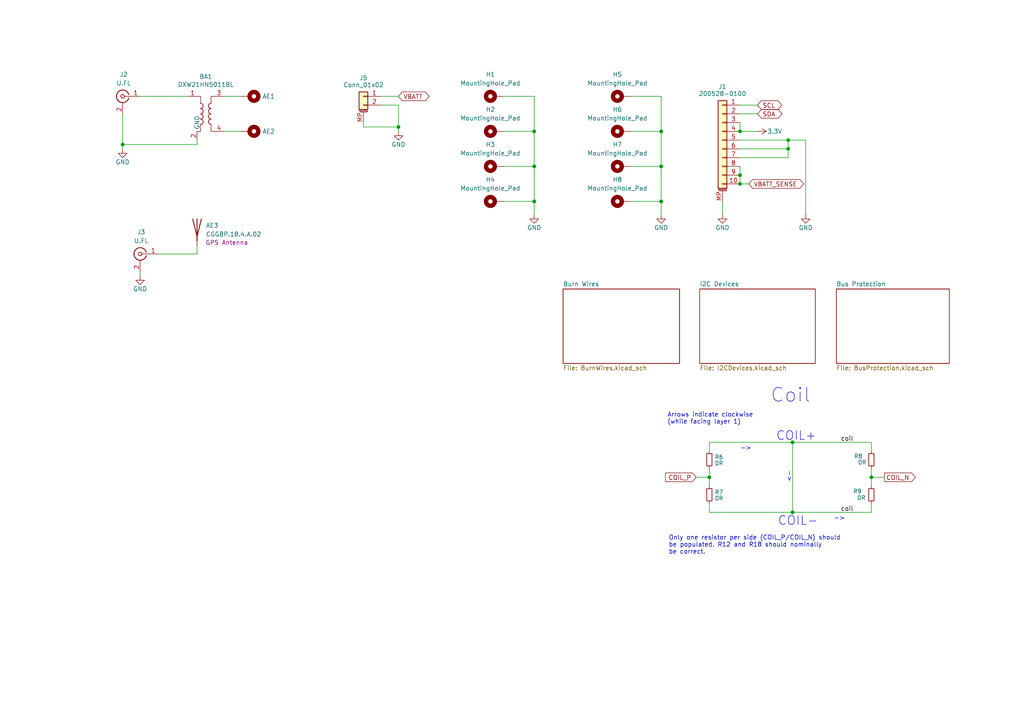
<source format=kicad_sch>
(kicad_sch (version 20231120) (generator "eeschema") (generator_version "8.0")
  (paper "A4")
  (lib_symbols
    (symbol "Connector_Generic_MountingPin:Conn_01x02_MountingPin" (pin_names (offset 1.016) hide)
      (property "Reference" "J" (at 0 2.54 0))
      (property "Value" "Conn_01x02_MountingPin" (at 1.27 -5.08 0))
      (symbol "Conn_01x02_MountingPin_1_1"
        (rectangle (start -1.27 -2.413) (end 0 -2.667) (stroke (width 0.1524)))
        (rectangle (start -1.27 0.127) (end 0 -0.127) (stroke (width 0.1524)))
        (rectangle (start -1.27 1.27) (end 1.27 -3.81) (stroke (width 0.254)) (fill (type background)))
        (polyline (pts (xy -1.016 -4.572) (xy 1.016 -4.572)) (stroke (width 0.1524)))
        (text "Mounting" (at 0 -4.191 0) (effects (font (size 0.381 0.381))))
        (pin passive line (at -5.08 0 0) (length 3.81) (name "Pin_1") (number "1"))
        (pin passive line (at -5.08 -2.54 0) (length 3.81) (name "Pin_2") (number "2"))
        (pin passive line (at 0 -7.62 90) (length 3.048) (name "MountPin") (number "MP"))
      )
    )
    (symbol "SolarPanels:ATB2012"
      (property "Reference" "U" (at 0 10.795 0))
      (property "Value" "ATB2012" (at 0 8.4836 0))
      (symbol "ATB2012_1_1"
        (arc (start -1.524 -3.048) (mid -0.7653 -2.286) (end -1.524 -1.524) (stroke (width 0.2032)))
        (arc (start -1.524 -1.524) (mid -0.7653 -0.762) (end -1.524 0) (stroke (width 0.2032)))
        (arc (start -1.524 0) (mid -0.7653 0.762) (end -1.524 1.524) (stroke (width 0.2032)))
        (arc (start -1.524 1.524) (mid -0.7653 2.286) (end -1.524 3.048) (stroke (width 0.2032)))
        (polyline (pts (xy -2.54 5.08) (xy -1.524 5.08) (xy -1.524 3.048)) (stroke (width 0.1524)))
        (polyline (pts (xy -1.524 -3.048) (xy -1.524 -5.08) (xy -2.54 -5.08)) (stroke (width 0.1524)))
        (polyline (pts (xy 1.524 3.048) (xy 1.524 5.08) (xy 2.54 5.08)) (stroke (width 0.1524)))
        (polyline (pts (xy 2.54 -5.08) (xy 1.524 -5.08) (xy 1.524 -3.048)) (stroke (width 0.1524)))
        (arc (start 1.524 -1.524) (mid 0.7653 -2.286) (end 1.524 -3.048) (stroke (width 0.2032)))
        (arc (start 1.524 0) (mid 0.7653 -0.762) (end 1.524 -1.524) (stroke (width 0.2032)))
        (arc (start 1.524 1.524) (mid 0.7653 0.762) (end 1.524 0) (stroke (width 0.2032)))
        (arc (start 1.524 3.048) (mid 0.7653 2.286) (end 1.524 1.524) (stroke (width 0.2032)))
        (pin passive line (at -5.08 5.08 0) (length 2.54) (name "~") (number "1"))
        (pin power_in line (at -2.54 -7.62 90) (length 2.54) (name "GND") (number "2"))
        (pin passive line (at 5.08 5.08 180) (length 2.54) (name "~") (number "3"))
        (pin passive line (at 5.08 -5.08 180) (length 2.54) (name "~") (number "4"))
      )
    )
    (symbol "SolarPanels:Antenna" (pin_numbers hide) (pin_names (offset 1.016) hide)
      (property "Reference" "AE" (at -1.905 1.905 0))
      (property "Value" "Antenna" (at -1.905 0 0))
      (symbol "Antenna_0_1"
        (polyline (pts (xy 0 2.54) (xy 0 -3.81)) (stroke (width 0.254)))
        (polyline (pts (xy 1.27 2.54) (xy 0 -2.54) (xy -1.27 2.54)) (stroke (width 0.254)))
      )
      (symbol "Antenna_1_1"
        (pin input line (at 0 -5.08 90) (length 2.54) (name "A") (number "1"))
      )
    )
    (symbol "SolarPanels:Conn_01x10_MountingPin" (pin_names (offset 1.016) hide)
      (property "Reference" "J" (at 0 12.7 0))
      (property "Value" "Conn_01x10_MountingPin" (at 1.27 -15.24 0))
      (symbol "Conn_01x10_MountingPin_1_1"
        (rectangle (start -1.27 -12.573) (end 0 -12.827) (stroke (width 0.1524)))
        (rectangle (start -1.27 -10.033) (end 0 -10.287) (stroke (width 0.1524)))
        (rectangle (start -1.27 -7.493) (end 0 -7.747) (stroke (width 0.1524)))
        (rectangle (start -1.27 -4.953) (end 0 -5.207) (stroke (width 0.1524)))
        (rectangle (start -1.27 -2.413) (end 0 -2.667) (stroke (width 0.1524)))
        (rectangle (start -1.27 0.127) (end 0 -0.127) (stroke (width 0.1524)))
        (rectangle (start -1.27 2.667) (end 0 2.413) (stroke (width 0.1524)))
        (rectangle (start -1.27 5.207) (end 0 4.953) (stroke (width 0.1524)))
        (rectangle (start -1.27 7.747) (end 0 7.493) (stroke (width 0.1524)))
        (rectangle (start -1.27 10.287) (end 0 10.033) (stroke (width 0.1524)))
        (rectangle (start -1.27 11.43) (end 1.27 -13.97) (stroke (width 0.254)) (fill (type background)))
        (polyline (pts (xy -1.016 -14.732) (xy 1.016 -14.732)) (stroke (width 0.1524)))
        (text "Mounting" (at 0 -14.351 0) (effects (font (size 0.381 0.381))))
        (pin passive line (at -5.08 10.16 0) (length 3.81) (name "Pin_1") (number "1"))
        (pin passive line (at -5.08 -12.7 0) (length 3.81) (name "Pin_10") (number "10"))
        (pin passive line (at -5.08 7.62 0) (length 3.81) (name "Pin_2") (number "2"))
        (pin passive line (at -5.08 5.08 0) (length 3.81) (name "Pin_3") (number "3"))
        (pin passive line (at -5.08 2.54 0) (length 3.81) (name "Pin_4") (number "4"))
        (pin passive line (at -5.08 0 0) (length 3.81) (name "Pin_5") (number "5"))
        (pin passive line (at -5.08 -2.54 0) (length 3.81) (name "Pin_6") (number "6"))
        (pin passive line (at -5.08 -5.08 0) (length 3.81) (name "Pin_7") (number "7"))
        (pin passive line (at -5.08 -7.62 0) (length 3.81) (name "Pin_8") (number "8"))
        (pin passive line (at -5.08 -10.16 0) (length 3.81) (name "Pin_9") (number "9"))
        (pin passive line (at 0 -17.78 90) (length 3.048) (name "MountPin") (number "MP"))
      )
    )
    (symbol "SolarPanels:Conn_Coaxial" (pin_names (offset 1.016) hide)
      (property "Reference" "J" (at 0.254 3.048 0))
      (property "Value" "Conn_Coaxial" (at 2.921 0 90))
      (symbol "Conn_Coaxial_0_1"
        (arc (start -1.778 -0.508) (mid 0.2311 -1.8066) (end 1.778 0) (stroke (width 0.254)))
        (polyline (pts (xy -2.54 0) (xy -0.508 0)))
        (polyline (pts (xy 0 -2.54) (xy 0 -1.778)))
        (circle (center 0 0) (radius 0.508) (stroke (width 0.2032)))
        (arc (start 1.778 0) (mid 0.2099 1.8101) (end -1.778 0.508) (stroke (width 0.254)))
      )
      (symbol "Conn_Coaxial_1_1"
        (pin passive line (at -5.08 0 0) (length 2.54) (name "In") (number "1"))
        (pin passive line (at 0 -5.08 90) (length 2.54) (name "Ext") (number "2"))
      )
    )
    (symbol "SolarPanels:MountingHole_Pad" (pin_numbers hide) (pin_names (offset 1.016) hide) (exclude_from_sim yes) (in_bom no)
      (property "Reference" "H" (at 0 6.35 0))
      (property "Value" "MountingHole_Pad" (at 0 4.445 0))
      (symbol "MountingHole_Pad_0_1"
        (circle (center 0 1.27) (radius 1.27) (stroke (width 1.27)))
      )
      (symbol "MountingHole_Pad_1_1"
        (pin input line (at 0 -2.54 90) (length 2.54) (name "1") (number "1"))
      )
    )
    (symbol "SolarPanels:R_Small" (pin_numbers hide) (pin_names (offset 0.254) hide)
      (property "Reference" "R" (at 0.762 0.508 0))
      (property "Value" "R_Small" (at 0.762 -1.016 0))
      (symbol "R_Small_0_1"
        (rectangle (start -0.762 1.778) (end 0.762 -1.778) (stroke (width 0.2032)))
      )
      (symbol "R_Small_1_1"
        (pin passive line (at 0 2.54 270) (length 0.762) (name "~") (number "1"))
        (pin passive line (at 0 -2.54 90) (length 0.762) (name "~") (number "2"))
      )
    )
    (symbol "power:+3.3V" (power) (pin_numbers hide) (pin_names (offset 0) hide)
      (property "Value" "+3.3V" (at 0 3.556 0))
      (symbol "+3.3V_0_1"
        (polyline (pts (xy -0.762 1.27) (xy 0 2.54)))
        (polyline (pts (xy 0 0) (xy 0 2.54)))
        (polyline (pts (xy 0 2.54) (xy 0.762 1.27)))
      )
      (symbol "+3.3V_1_1"
        (pin power_in line (at 0 0 90) (length 0) (name "~") (number "1"))
      )
    )
    (symbol "power:GND" (power) (pin_numbers hide) (pin_names (offset 0) hide)
      (property "Value" "GND" (at 0 -3.81 0))
      (symbol "GND_0_1"
        (polyline (pts (xy 0 0) (xy 0 -1.27) (xy 1.27 -1.27) (xy 0 -2.54) (xy -1.27 -1.27) (xy 0 -1.27)))
      )
      (symbol "GND_1_1"
        (pin power_in line (at 0 0 270) (length 0) (name "~") (number "1"))
      )
    )
  )
  (junction (at 191.77 58.42))
  (junction (at 214.63 53.34))
  (junction (at 229.87 128.27))
  (junction (at 228.6 40.64))
  (junction (at 252.73 138.43))
  (junction (at 115.57 36.83))
  (junction (at 154.94 58.42))
  (junction (at 35.56 41.91))
  (junction (at 214.63 38.1))
  (junction (at 191.77 38.1))
  (junction (at 229.87 148.59))
  (junction (at 154.94 48.26))
  (junction (at 191.77 48.26))
  (junction (at 214.63 50.8))
  (junction (at 228.6 43.18))
  (junction (at 154.94 38.1))
  (junction (at 205.74 138.43))
  (wire (pts (xy 154.94 27.94) (xy 146.05 27.94)))
  (wire (pts (xy 228.6 40.64) (xy 233.68 40.64)))
  (wire (pts (xy 115.57 36.83) (xy 115.57 38.1)))
  (wire (pts (xy 105.41 35.56) (xy 105.41 36.83)))
  (wire (pts (xy 191.77 58.42) (xy 191.77 62.23)))
  (wire (pts (xy 110.49 30.48) (xy 115.57 30.48)))
  (wire (pts (xy 146.05 48.26) (xy 154.94 48.26)))
  (wire (pts (xy 219.71 33.02) (xy 214.63 33.02)))
  (wire (pts (xy 154.94 58.42) (xy 154.94 62.23)))
  (wire (pts (xy 182.88 38.1) (xy 191.77 38.1)))
  (wire (pts (xy 214.63 40.64) (xy 228.6 40.64)))
  (wire (pts (xy 57.15 73.66) (xy 57.15 71.12)))
  (wire (pts (xy 229.87 148.59) (xy 252.73 148.59)))
  (wire (pts (xy 228.6 43.18) (xy 228.6 40.64)))
  (wire (pts (xy 252.73 128.27) (xy 252.73 130.81)))
  (wire (pts (xy 191.77 48.26) (xy 191.77 38.1)))
  (wire (pts (xy 229.87 128.27) (xy 252.73 128.27)))
  (wire (pts (xy 40.64 27.94) (xy 54.61 27.94)))
  (wire (pts (xy 214.63 48.26) (xy 214.63 50.8)))
  (wire (pts (xy 105.41 36.83) (xy 115.57 36.83)))
  (wire (pts (xy 40.64 78.74) (xy 40.64 80.01)))
  (wire (pts (xy 205.74 128.27) (xy 205.74 130.81)))
  (wire (pts (xy 214.63 43.18) (xy 228.6 43.18)))
  (wire (pts (xy 45.72 73.66) (xy 57.15 73.66)))
  (wire (pts (xy 219.71 30.48) (xy 214.63 30.48)))
  (wire (pts (xy 182.88 48.26) (xy 191.77 48.26)))
  (wire (pts (xy 146.05 38.1) (xy 154.94 38.1)))
  (wire (pts (xy 35.56 33.02) (xy 35.56 41.91)))
  (wire (pts (xy 115.57 30.48) (xy 115.57 36.83)))
  (wire (pts (xy 154.94 48.26) (xy 154.94 38.1)))
  (wire (pts (xy 205.74 135.89) (xy 205.74 138.43)))
  (wire (pts (xy 205.74 146.05) (xy 205.74 148.59)))
  (wire (pts (xy 256.54 138.43) (xy 252.73 138.43)))
  (wire (pts (xy 252.73 135.89) (xy 252.73 138.43)))
  (wire (pts (xy 205.74 148.59) (xy 229.87 148.59)))
  (wire (pts (xy 214.63 45.72) (xy 228.6 45.72)))
  (wire (pts (xy 219.71 38.1) (xy 214.63 38.1)))
  (wire (pts (xy 252.73 138.43) (xy 252.73 140.97)))
  (wire (pts (xy 201.93 138.43) (xy 205.74 138.43)))
  (wire (pts (xy 205.74 138.43) (xy 205.74 140.97)))
  (wire (pts (xy 57.15 41.91) (xy 57.15 40.64)))
  (wire (pts (xy 214.63 50.8) (xy 214.63 53.34)))
  (wire (pts (xy 205.74 128.27) (xy 229.87 128.27)))
  (wire (pts (xy 35.56 41.91) (xy 57.15 41.91)))
  (wire (pts (xy 214.63 53.34) (xy 217.17 53.34)))
  (wire (pts (xy 228.6 45.72) (xy 228.6 43.18)))
  (wire (pts (xy 191.77 38.1) (xy 191.77 27.94)))
  (wire (pts (xy 252.73 146.05) (xy 252.73 148.59)))
  (wire (pts (xy 191.77 58.42) (xy 191.77 48.26)))
  (wire (pts (xy 233.68 40.64) (xy 233.68 62.23)))
  (wire (pts (xy 209.55 62.23) (xy 209.55 58.42)))
  (wire (pts (xy 191.77 27.94) (xy 182.88 27.94)))
  (wire (pts (xy 64.77 38.1) (xy 69.85 38.1)))
  (wire (pts (xy 214.63 35.56) (xy 214.63 38.1)))
  (wire (pts (xy 154.94 58.42) (xy 154.94 48.26)))
  (wire (pts (xy 182.88 58.42) (xy 191.77 58.42)))
  (wire (pts (xy 64.77 27.94) (xy 69.85 27.94)))
  (wire (pts (xy 229.87 128.27) (xy 229.87 148.59)))
  (wire (pts (xy 154.94 38.1) (xy 154.94 27.94)))
  (wire (pts (xy 146.05 58.42) (xy 154.94 58.42)))
  (wire (pts (xy 35.56 41.91) (xy 35.56 43.18)))
  (wire (pts (xy 110.49 27.94) (xy 115.57 27.94)))
  (text "->" (at 245.11 151.13 0) (effects (font (size 1.27 1.27)) (justify right bottom)))
  (text "COIL+" (at 225.044 128.016 0) (effects (font (size 2.54 2.54)) (justify left bottom)))
  (text "Arrows indicate clockwise\n(while facing layer 1)" (at 193.548 123.19 0) (effects (font (size 1.27 1.27)) (justify left bottom)))
  (text "Coil" (at 223.393 117.094 0) (effects (font (size 4 4)) (justify left bottom)))
  (text "Only one resistor per side (COIL_P/COIL_N) should \nbe populated. R12 and R18 should nominally \nbe correct." (at 193.929 160.909 0) (effects (font (size 1.27 1.27)) (justify left bottom)))
  (text "COIL-" (at 225.552 152.654 0) (effects (font (size 2.54 2.54)) (justify left bottom)))
  (text "<-" (at 229.616 139.954 90) (effects (font (size 1.27 1.27)) (justify left bottom)))
  (text "->" (at 214.63 130.81 0) (effects (font (size 1.27 1.27)) (justify left bottom)))
  (label "coil" (at 243.84 128.27 0))
  (label "coil" (at 243.84 148.59 0))
  (global_label "COIL_P" (shape input) (at 201.93 138.43 180) (property "Intersheetrefs" "${INTERSHEET_REFS}" (effects (hide yes))))
  (global_label "VBATT_SENSE" (shape bidirectional) (at 217.17 53.34 0) (property "Intersheetrefs" "${INTERSHEET_REFS}" (effects (hide yes))))
  (global_label "SCL" (shape bidirectional) (at 219.71 30.48 0) (property "Intersheetrefs" "${INTERSHEET_REFS}" (effects (hide yes))))
  (global_label "COIL_N" (shape output) (at 256.54 138.43 0) (property "Intersheetrefs" "${INTERSHEET_REFS}" (effects (hide yes))))
  (global_label "VBATT" (shape bidirectional) (at 115.57 27.94 0) (property "Intersheetrefs" "${INTERSHEET_REFS}" (effects (hide yes))))
  (global_label "SDA" (shape bidirectional) (at 219.71 33.02 0) (property "Intersheetrefs" "${INTERSHEET_REFS}" (effects (hide yes))))
  (symbol (lib_id "SolarPanels:Conn_Coaxial") (at 40.64 73.66 0) (mirror y) (unit 1)
    (property "Reference" "J3" (at 40.9574 67.31 0))
    (property "Value" "U.FL" (at 40.9574 69.85 0))
    (property "Footprint" "Connector_Coaxial:U.FL_Hirose_U.FL-R-SMT-1_Vertical" (effects (hide yes)))
    (property "Description" "coaxial connector (BNC, SMA, SMB, SMC, Cinch/RCA, LEMO, ...)" (effects (hide yes)))
  )
  (symbol (lib_id "SolarPanels:MountingHole_Pad") (at 72.39 38.1 270) (unit 1) (in_bom no)
    (property "Reference" "AE2" (at 76.073 38.1 90) (effects (justify left)))
    (property "Value" "MountingHole_Pad" (effects (hide yes)))
    (property "Footprint" "SolarPanels:Antenna Mount" (effects (hide yes)))
  )
  (symbol (lib_id "SolarPanels:R_Small") (at 205.74 143.51 180) (unit 1)
    (property "Reference" "R7" (at 207.264 142.748 0) (effects (font (size 1.2 1.2)) (justify right)))
    (property "Value" "0R" (at 207.264 144.526 0) (effects (font (size 1.2 1.2)) (justify right)))
    (property "Footprint" "Resistor_SMD:R_0603_1608Metric" (effects (hide yes)))
    (property "Description" "Resistor, small symbol" (effects (hide yes)))
  )
  (symbol (lib_id "power:GND") (at 40.64 80.01 0) (unit 1)
    (property "Reference" "#PWR025" (effects (hide yes)))
    (property "Value" "GND" (at 40.64 83.82 0))
    (property "Description" "Power symbol creates a global label with name \"GND\" , ground" (effects (hide yes)))
  )
  (symbol (lib_id "SolarPanels:MountingHole_Pad") (at 143.51 38.1 90) (unit 1) (exclude_from_sim yes) (in_bom no)
    (property "Reference" "H2" (at 142.24 31.75 90))
    (property "Value" "MountingHole_Pad" (at 142.24 34.29 90))
    (property "Footprint" "SolarPanels:MountingHole_3.2mm_M3_DIN965_Pad_TopBottom" (effects (hide yes)))
    (property "Description" "Mounting Hole with connection" (effects (hide yes)))
  )
  (symbol (lib_id "SolarPanels:Conn_Coaxial") (at 35.56 27.94 0) (mirror y) (unit 1)
    (property "Reference" "J2" (at 35.8774 21.59 0))
    (property "Value" "U.FL" (at 35.8774 24.13 0))
    (property "Footprint" "Connector_Coaxial:U.FL_Hirose_U.FL-R-SMT-1_Vertical" (effects (hide yes)))
    (property "Description" "coaxial connector (BNC, SMA, SMB, SMC, Cinch/RCA, LEMO, ...)" (effects (hide yes)))
  )
  (symbol (lib_id "SolarPanels:MountingHole_Pad") (at 143.51 48.26 90) (unit 1) (exclude_from_sim yes) (in_bom no)
    (property "Reference" "H3" (at 142.24 41.91 90))
    (property "Value" "MountingHole_Pad" (at 142.24 44.45 90))
    (property "Footprint" "SolarPanels:MountingHole_3.2mm_M3_DIN965_Pad_TopBottom" (effects (hide yes)))
    (property "Description" "Mounting Hole with connection" (effects (hide yes)))
  )
  (symbol (lib_id "power:GND") (at 191.77 62.23 0) (unit 1)
    (property "Reference" "#PWR05" (effects (hide yes)))
    (property "Value" "GND" (at 191.77 66.04 0))
    (property "Description" "Power symbol creates a global label with name \"GND\" , ground" (effects (hide yes)))
  )
  (symbol (lib_id "power:GND") (at 154.94 62.23 0) (unit 1)
    (property "Reference" "#PWR04" (effects (hide yes)))
    (property "Value" "GND" (at 154.94 66.04 0))
    (property "Description" "Power symbol creates a global label with name \"GND\" , ground" (effects (hide yes)))
  )
  (symbol (lib_id "SolarPanels:MountingHole_Pad") (at 180.34 58.42 90) (unit 1) (exclude_from_sim yes) (in_bom no)
    (property "Reference" "H8" (at 179.07 52.07 90))
    (property "Value" "MountingHole_Pad" (at 179.07 54.61 90))
    (property "Footprint" "SolarPanels:MountingHole_3.2mm_M3_DIN965_Pad_TopBottom" (effects (hide yes)))
    (property "Description" "Mounting Hole with connection" (effects (hide yes)))
  )
  (symbol (lib_id "SolarPanels:Antenna") (at 57.15 66.04 0) (unit 1)
    (property "Reference" "AE3" (at 59.69 65.4049 0) (effects (justify left)))
    (property "Value" "CGGBP.18.4.A.02" (at 59.69 67.9449 0) (effects (justify left)))
    (property "Footprint" "SolarPanels:ANT_CGGBP.18.4.A.02_TAL" (effects (hide yes)))
    (property "Description" "Antenna" (effects (hide yes)))
    (property "Field5" "GPS Antenna" (at 65.786 70.358 0))
  )
  (symbol (lib_id "power:GND") (at 209.55 62.23 0) (unit 1)
    (property "Reference" "#PWR06" (effects (hide yes)))
    (property "Value" "GND" (at 209.55 66.04 0))
    (property "Description" "Power symbol creates a global label with name \"GND\" , ground" (effects (hide yes)))
  )
  (symbol (lib_id "SolarPanels:MountingHole_Pad") (at 143.51 27.94 90) (unit 1) (exclude_from_sim yes) (in_bom no)
    (property "Reference" "H1" (at 142.24 21.59 90))
    (property "Value" "MountingHole_Pad" (at 142.24 24.13 90))
    (property "Footprint" "SolarPanels:MountingHole_3.2mm_M3_DIN965_Pad_TopBottom" (effects (hide yes)))
    (property "Description" "Mounting Hole with connection" (effects (hide yes)))
  )
  (symbol (lib_id "SolarPanels:R_Small") (at 252.73 133.35 180) (unit 1)
    (property "Reference" "R8" (at 247.65 132.334 0) (effects (font (size 1.2 1.2)) (justify right)))
    (property "Value" "0R" (at 248.793 134.112 0) (effects (font (size 1.2 1.2)) (justify right)))
    (property "Footprint" "Resistor_SMD:R_0603_1608Metric" (effects (hide yes)))
    (property "Description" "Resistor, small symbol" (effects (hide yes)))
  )
  (symbol (lib_id "SolarPanels:MountingHole_Pad") (at 72.39 27.94 270) (unit 1) (in_bom no)
    (property "Reference" "AE1" (at 76.073 27.94 90) (effects (justify left)))
    (property "Value" "MountingHole_Pad" (effects (hide yes)))
    (property "Footprint" "SolarPanels:Antenna Mount" (effects (hide yes)))
  )
  (symbol (lib_id "SolarPanels:MountingHole_Pad") (at 143.51 58.42 90) (unit 1) (exclude_from_sim yes) (in_bom no)
    (property "Reference" "H4" (at 142.24 52.07 90))
    (property "Value" "MountingHole_Pad" (at 142.24 54.61 90))
    (property "Footprint" "SolarPanels:MountingHole_3.2mm_M3_DIN965_Pad_TopBottom" (effects (hide yes)))
    (property "Description" "Mounting Hole with connection" (effects (hide yes)))
  )
  (symbol (lib_id "SolarPanels:R_Small") (at 205.74 133.35 180) (unit 1)
    (property "Reference" "R6" (at 207.264 132.588 0) (effects (font (size 1.2 1.2)) (justify right)))
    (property "Value" "0R" (at 207.264 134.366 0) (effects (font (size 1.2 1.2)) (justify right)))
    (property "Footprint" "Resistor_SMD:R_0603_1608Metric" (effects (hide yes)))
    (property "Description" "Resistor, small symbol" (effects (hide yes)))
  )
  (symbol (lib_id "power:+3.3V") (at 219.71 38.1 270) (mirror x) (unit 1)
    (property "Reference" "#SUPPLY01" (effects (hide yes)))
    (property "Value" "3.3V" (at 222.504 38.1 90) (effects (justify left)))
    (property "Description" "Power symbol creates a global label with name \"+3.3V\"" (effects (hide yes)))
  )
  (symbol (lib_id "SolarPanels:R_Small") (at 252.73 143.51 180) (unit 1)
    (property "Reference" "R9" (at 247.396 142.494 0) (effects (font (size 1.2 1.2)) (justify right)))
    (property "Value" "0R" (at 248.539 144.399 0) (effects (font (size 1.2 1.2)) (justify right)))
    (property "Footprint" "Resistor_SMD:R_0603_1608Metric" (effects (hide yes)))
    (property "Description" "Resistor, small symbol" (effects (hide yes)))
  )
  (symbol (lib_id "SolarPanels:ATB2012") (at 59.69 33.02 0) (unit 1)
    (property "Reference" "BA1" (at 59.69 22.225 0))
    (property "Value" "DXW21HN5011BL" (at 59.69 24.5364 0))
    (property "Footprint" "SolarPanels:ATB2012" (effects (hide yes)))
    (property "Datasheet" "https://www.johansontechnology.com/datasheets/0868BM15C0001/0868BM15C0001.pdf" (effects (hide yes)))
  )
  (symbol (lib_id "SolarPanels:Conn_01x10_MountingPin") (at 209.55 40.64 0) (mirror y) (unit 1)
    (property "Reference" "J1" (at 209.55 25.146 0))
    (property "Value" "200528-0100" (at 209.55 27.178 0))
    (property "Footprint" "Connector_FFC-FPC:Molex_200528-0100_1x10-1MP_P1.00mm_Horizontal" (effects (hide yes)))
    (property "Description" "Generic connectable mounting pin connector, single row, 01x10, script generated (kicad-library-utils/schlib/autogen/connector/)" (effects (hide yes)))
  )
  (symbol (lib_id "SolarPanels:MountingHole_Pad") (at 180.34 48.26 90) (unit 1) (exclude_from_sim yes) (in_bom no)
    (property "Reference" "H7" (at 179.07 41.91 90))
    (property "Value" "MountingHole_Pad" (at 179.07 44.45 90))
    (property "Footprint" "SolarPanels:MountingHole_3.2mm_M3_DIN965_Pad_TopBottom" (effects (hide yes)))
    (property "Description" "Mounting Hole with connection" (effects (hide yes)))
  )
  (symbol (lib_id "SolarPanels:MountingHole_Pad") (at 180.34 27.94 90) (unit 1) (exclude_from_sim yes) (in_bom no)
    (property "Reference" "H5" (at 179.07 21.59 90))
    (property "Value" "MountingHole_Pad" (at 179.07 24.13 90))
    (property "Footprint" "SolarPanels:MountingHole_3.2mm_M3_DIN965_Pad_TopBottom" (effects (hide yes)))
    (property "Description" "Mounting Hole with connection" (effects (hide yes)))
  )
  (symbol (lib_id "power:GND") (at 35.56 43.18 0) (unit 1)
    (property "Reference" "#PWR026" (effects (hide yes)))
    (property "Value" "GND" (at 35.56 46.99 0))
    (property "Description" "Power symbol creates a global label with name \"GND\" , ground" (effects (hide yes)))
  )
  (symbol (lib_id "SolarPanels:MountingHole_Pad") (at 180.34 38.1 90) (unit 1) (exclude_from_sim yes) (in_bom no)
    (property "Reference" "H6" (at 179.07 31.75 90))
    (property "Value" "MountingHole_Pad" (at 179.07 34.29 90))
    (property "Footprint" "SolarPanels:MountingHole_3.2mm_M3_DIN965_Pad_TopBottom" (effects (hide yes)))
    (property "Description" "Mounting Hole with connection" (effects (hide yes)))
  )
  (symbol (lib_id "Connector_Generic_MountingPin:Conn_01x02_MountingPin") (at 105.41 27.94 0) (mirror y) (unit 1)
    (property "Reference" "J5" (at 105.41 22.606 0))
    (property "Value" "Conn_01x02" (at 105.41 24.638 0))
    (property "Footprint" "Connector_JST:JST_PH_S2B-PH-SM4-TB_1x02-1MP_P2.00mm_Horizontal" (effects (hide yes)))
    (property "Description" "Generic connectable mounting pin connector, single row, 01x02, script generated (kicad-library-utils/schlib/autogen/connector/)" (effects (hide yes)))
  )
  (symbol (lib_id "power:GND") (at 115.57 38.1 0) (unit 1)
    (property "Reference" "#PWR042" (effects (hide yes)))
    (property "Value" "GND" (at 115.57 41.91 0))
    (property "Description" "Power symbol creates a global label with name \"GND\" , ground" (effects (hide yes)))
  )
  (symbol (lib_id "power:GND") (at 233.68 62.23 0) (mirror y) (unit 1)
    (property "Reference" "#PWR07" (effects (hide yes)))
    (property "Value" "GND" (at 233.68 66.04 0))
    (property "Description" "Power symbol creates a global label with name \"GND\" , ground" (effects (hide yes)))
  )
  (sheet (at 202.946 83.82) (size 33.528 21.59) (stroke (width 0.1524))
    (property "Sheetname" "I2C Devices" (at 202.946 83.1084 0) (effects (justify left bottom)))
    (property "Sheetfile" "I2CDevices.kicad_sch" (at 202.946 105.9946 0) (effects (justify left top)))
  )
  (sheet (at 163.322 83.82) (size 33.782 21.59) (stroke (width 0.1524))
    (property "Sheetname" "Burn Wires" (at 163.322 83.1084 0) (effects (justify left bottom)))
    (property "Sheetfile" "BurnWires.kicad_sch" (at 163.322 105.9946 0) (effects (justify left top)))
  )
  (sheet (at 242.57 83.82) (size 32.766 21.59) (stroke (width 0.1524))
    (property "Sheetname" "Bus Protection" (at 242.57 83.1084 0) (effects (justify left bottom)))
    (property "Sheetfile" "BusProtection.kicad_sch" (at 242.57 105.9946 0) (effects (justify left top)))
  )
)
</source>
